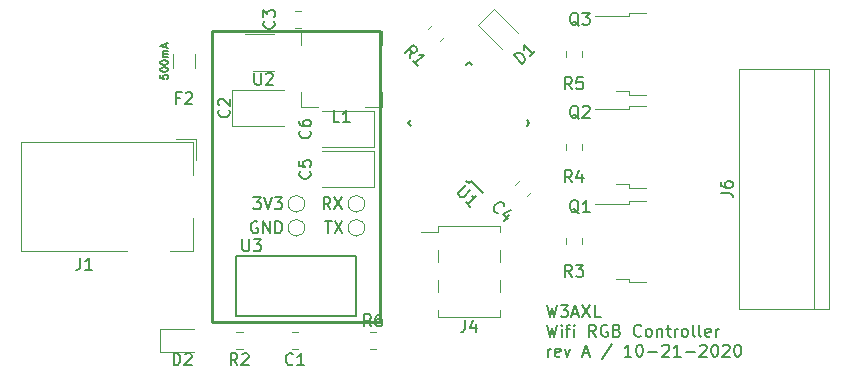
<source format=gbr>
%TF.GenerationSoftware,KiCad,Pcbnew,(5.1.6)-1*%
%TF.CreationDate,2020-10-21T10:45:23-05:00*%
%TF.ProjectId,esp-rgb-controller,6573702d-7267-4622-9d63-6f6e74726f6c,rev?*%
%TF.SameCoordinates,Original*%
%TF.FileFunction,Legend,Top*%
%TF.FilePolarity,Positive*%
%FSLAX46Y46*%
G04 Gerber Fmt 4.6, Leading zero omitted, Abs format (unit mm)*
G04 Created by KiCad (PCBNEW (5.1.6)-1) date 2020-10-21 10:45:23*
%MOMM*%
%LPD*%
G01*
G04 APERTURE LIST*
%ADD10C,0.152400*%
%ADD11C,0.150000*%
%ADD12C,0.120000*%
%ADD13C,0.254000*%
G04 APERTURE END LIST*
D10*
X167249202Y-115877219D02*
X167491107Y-116893219D01*
X167684631Y-116167504D01*
X167878155Y-116893219D01*
X168120060Y-115877219D01*
X168410345Y-115877219D02*
X169039298Y-115877219D01*
X168700631Y-116264266D01*
X168845774Y-116264266D01*
X168942536Y-116312647D01*
X168990917Y-116361028D01*
X169039298Y-116457790D01*
X169039298Y-116699695D01*
X168990917Y-116796457D01*
X168942536Y-116844838D01*
X168845774Y-116893219D01*
X168555488Y-116893219D01*
X168458726Y-116844838D01*
X168410345Y-116796457D01*
X169426345Y-116602933D02*
X169910155Y-116602933D01*
X169329583Y-116893219D02*
X169668250Y-115877219D01*
X170006917Y-116893219D01*
X170248821Y-115877219D02*
X170926155Y-116893219D01*
X170926155Y-115877219D02*
X170248821Y-116893219D01*
X171797012Y-116893219D02*
X171313202Y-116893219D01*
X171313202Y-115877219D01*
X167249202Y-117553619D02*
X167491107Y-118569619D01*
X167684631Y-117843904D01*
X167878155Y-118569619D01*
X168120060Y-117553619D01*
X168507107Y-118569619D02*
X168507107Y-117892285D01*
X168507107Y-117553619D02*
X168458726Y-117602000D01*
X168507107Y-117650380D01*
X168555488Y-117602000D01*
X168507107Y-117553619D01*
X168507107Y-117650380D01*
X168845774Y-117892285D02*
X169232821Y-117892285D01*
X168990917Y-118569619D02*
X168990917Y-117698761D01*
X169039298Y-117602000D01*
X169136060Y-117553619D01*
X169232821Y-117553619D01*
X169571488Y-118569619D02*
X169571488Y-117892285D01*
X169571488Y-117553619D02*
X169523107Y-117602000D01*
X169571488Y-117650380D01*
X169619869Y-117602000D01*
X169571488Y-117553619D01*
X169571488Y-117650380D01*
X171409964Y-118569619D02*
X171071298Y-118085809D01*
X170829393Y-118569619D02*
X170829393Y-117553619D01*
X171216440Y-117553619D01*
X171313202Y-117602000D01*
X171361583Y-117650380D01*
X171409964Y-117747142D01*
X171409964Y-117892285D01*
X171361583Y-117989047D01*
X171313202Y-118037428D01*
X171216440Y-118085809D01*
X170829393Y-118085809D01*
X172377583Y-117602000D02*
X172280821Y-117553619D01*
X172135679Y-117553619D01*
X171990536Y-117602000D01*
X171893774Y-117698761D01*
X171845393Y-117795523D01*
X171797012Y-117989047D01*
X171797012Y-118134190D01*
X171845393Y-118327714D01*
X171893774Y-118424476D01*
X171990536Y-118521238D01*
X172135679Y-118569619D01*
X172232440Y-118569619D01*
X172377583Y-118521238D01*
X172425964Y-118472857D01*
X172425964Y-118134190D01*
X172232440Y-118134190D01*
X173200060Y-118037428D02*
X173345202Y-118085809D01*
X173393583Y-118134190D01*
X173441964Y-118230952D01*
X173441964Y-118376095D01*
X173393583Y-118472857D01*
X173345202Y-118521238D01*
X173248440Y-118569619D01*
X172861393Y-118569619D01*
X172861393Y-117553619D01*
X173200060Y-117553619D01*
X173296821Y-117602000D01*
X173345202Y-117650380D01*
X173393583Y-117747142D01*
X173393583Y-117843904D01*
X173345202Y-117940666D01*
X173296821Y-117989047D01*
X173200060Y-118037428D01*
X172861393Y-118037428D01*
X175232060Y-118472857D02*
X175183679Y-118521238D01*
X175038536Y-118569619D01*
X174941774Y-118569619D01*
X174796631Y-118521238D01*
X174699869Y-118424476D01*
X174651488Y-118327714D01*
X174603107Y-118134190D01*
X174603107Y-117989047D01*
X174651488Y-117795523D01*
X174699869Y-117698761D01*
X174796631Y-117602000D01*
X174941774Y-117553619D01*
X175038536Y-117553619D01*
X175183679Y-117602000D01*
X175232060Y-117650380D01*
X175812631Y-118569619D02*
X175715869Y-118521238D01*
X175667488Y-118472857D01*
X175619107Y-118376095D01*
X175619107Y-118085809D01*
X175667488Y-117989047D01*
X175715869Y-117940666D01*
X175812631Y-117892285D01*
X175957774Y-117892285D01*
X176054536Y-117940666D01*
X176102917Y-117989047D01*
X176151298Y-118085809D01*
X176151298Y-118376095D01*
X176102917Y-118472857D01*
X176054536Y-118521238D01*
X175957774Y-118569619D01*
X175812631Y-118569619D01*
X176586726Y-117892285D02*
X176586726Y-118569619D01*
X176586726Y-117989047D02*
X176635107Y-117940666D01*
X176731869Y-117892285D01*
X176877012Y-117892285D01*
X176973774Y-117940666D01*
X177022155Y-118037428D01*
X177022155Y-118569619D01*
X177360821Y-117892285D02*
X177747869Y-117892285D01*
X177505964Y-117553619D02*
X177505964Y-118424476D01*
X177554345Y-118521238D01*
X177651107Y-118569619D01*
X177747869Y-118569619D01*
X178086536Y-118569619D02*
X178086536Y-117892285D01*
X178086536Y-118085809D02*
X178134917Y-117989047D01*
X178183298Y-117940666D01*
X178280060Y-117892285D01*
X178376821Y-117892285D01*
X178860631Y-118569619D02*
X178763869Y-118521238D01*
X178715488Y-118472857D01*
X178667107Y-118376095D01*
X178667107Y-118085809D01*
X178715488Y-117989047D01*
X178763869Y-117940666D01*
X178860631Y-117892285D01*
X179005774Y-117892285D01*
X179102536Y-117940666D01*
X179150917Y-117989047D01*
X179199298Y-118085809D01*
X179199298Y-118376095D01*
X179150917Y-118472857D01*
X179102536Y-118521238D01*
X179005774Y-118569619D01*
X178860631Y-118569619D01*
X179779869Y-118569619D02*
X179683107Y-118521238D01*
X179634726Y-118424476D01*
X179634726Y-117553619D01*
X180312060Y-118569619D02*
X180215298Y-118521238D01*
X180166917Y-118424476D01*
X180166917Y-117553619D01*
X181086155Y-118521238D02*
X180989393Y-118569619D01*
X180795869Y-118569619D01*
X180699107Y-118521238D01*
X180650726Y-118424476D01*
X180650726Y-118037428D01*
X180699107Y-117940666D01*
X180795869Y-117892285D01*
X180989393Y-117892285D01*
X181086155Y-117940666D01*
X181134536Y-118037428D01*
X181134536Y-118134190D01*
X180650726Y-118230952D01*
X181569964Y-118569619D02*
X181569964Y-117892285D01*
X181569964Y-118085809D02*
X181618345Y-117989047D01*
X181666726Y-117940666D01*
X181763488Y-117892285D01*
X181860250Y-117892285D01*
X167345964Y-120246019D02*
X167345964Y-119568685D01*
X167345964Y-119762209D02*
X167394345Y-119665447D01*
X167442726Y-119617066D01*
X167539488Y-119568685D01*
X167636250Y-119568685D01*
X168361964Y-120197638D02*
X168265202Y-120246019D01*
X168071679Y-120246019D01*
X167974917Y-120197638D01*
X167926536Y-120100876D01*
X167926536Y-119713828D01*
X167974917Y-119617066D01*
X168071679Y-119568685D01*
X168265202Y-119568685D01*
X168361964Y-119617066D01*
X168410345Y-119713828D01*
X168410345Y-119810590D01*
X167926536Y-119907352D01*
X168749012Y-119568685D02*
X168990917Y-120246019D01*
X169232821Y-119568685D01*
X170345583Y-119955733D02*
X170829393Y-119955733D01*
X170248821Y-120246019D02*
X170587488Y-119230019D01*
X170926155Y-120246019D01*
X172764631Y-119181638D02*
X171893774Y-120487923D01*
X174409583Y-120246019D02*
X173829012Y-120246019D01*
X174119298Y-120246019D02*
X174119298Y-119230019D01*
X174022536Y-119375161D01*
X173925774Y-119471923D01*
X173829012Y-119520304D01*
X175038536Y-119230019D02*
X175135298Y-119230019D01*
X175232060Y-119278400D01*
X175280440Y-119326780D01*
X175328821Y-119423542D01*
X175377202Y-119617066D01*
X175377202Y-119858971D01*
X175328821Y-120052495D01*
X175280440Y-120149257D01*
X175232060Y-120197638D01*
X175135298Y-120246019D01*
X175038536Y-120246019D01*
X174941774Y-120197638D01*
X174893393Y-120149257D01*
X174845012Y-120052495D01*
X174796631Y-119858971D01*
X174796631Y-119617066D01*
X174845012Y-119423542D01*
X174893393Y-119326780D01*
X174941774Y-119278400D01*
X175038536Y-119230019D01*
X175812631Y-119858971D02*
X176586726Y-119858971D01*
X177022155Y-119326780D02*
X177070536Y-119278400D01*
X177167298Y-119230019D01*
X177409202Y-119230019D01*
X177505964Y-119278400D01*
X177554345Y-119326780D01*
X177602726Y-119423542D01*
X177602726Y-119520304D01*
X177554345Y-119665447D01*
X176973774Y-120246019D01*
X177602726Y-120246019D01*
X178570345Y-120246019D02*
X177989774Y-120246019D01*
X178280060Y-120246019D02*
X178280060Y-119230019D01*
X178183298Y-119375161D01*
X178086536Y-119471923D01*
X177989774Y-119520304D01*
X179005774Y-119858971D02*
X179779869Y-119858971D01*
X180215298Y-119326780D02*
X180263679Y-119278400D01*
X180360440Y-119230019D01*
X180602345Y-119230019D01*
X180699107Y-119278400D01*
X180747488Y-119326780D01*
X180795869Y-119423542D01*
X180795869Y-119520304D01*
X180747488Y-119665447D01*
X180166917Y-120246019D01*
X180795869Y-120246019D01*
X181424821Y-119230019D02*
X181521583Y-119230019D01*
X181618345Y-119278400D01*
X181666726Y-119326780D01*
X181715107Y-119423542D01*
X181763488Y-119617066D01*
X181763488Y-119858971D01*
X181715107Y-120052495D01*
X181666726Y-120149257D01*
X181618345Y-120197638D01*
X181521583Y-120246019D01*
X181424821Y-120246019D01*
X181328060Y-120197638D01*
X181279679Y-120149257D01*
X181231298Y-120052495D01*
X181182917Y-119858971D01*
X181182917Y-119617066D01*
X181231298Y-119423542D01*
X181279679Y-119326780D01*
X181328060Y-119278400D01*
X181424821Y-119230019D01*
X182150536Y-119326780D02*
X182198917Y-119278400D01*
X182295679Y-119230019D01*
X182537583Y-119230019D01*
X182634345Y-119278400D01*
X182682726Y-119326780D01*
X182731107Y-119423542D01*
X182731107Y-119520304D01*
X182682726Y-119665447D01*
X182102155Y-120246019D01*
X182731107Y-120246019D01*
X183360060Y-119230019D02*
X183456821Y-119230019D01*
X183553583Y-119278400D01*
X183601964Y-119326780D01*
X183650345Y-119423542D01*
X183698726Y-119617066D01*
X183698726Y-119858971D01*
X183650345Y-120052495D01*
X183601964Y-120149257D01*
X183553583Y-120197638D01*
X183456821Y-120246019D01*
X183360060Y-120246019D01*
X183263298Y-120197638D01*
X183214917Y-120149257D01*
X183166536Y-120052495D01*
X183118155Y-119858971D01*
X183118155Y-119617066D01*
X183166536Y-119423542D01*
X183214917Y-119326780D01*
X183263298Y-119278400D01*
X183360060Y-119230019D01*
X134526261Y-96399047D02*
X134526261Y-96701428D01*
X134828642Y-96731666D01*
X134798404Y-96701428D01*
X134768166Y-96640952D01*
X134768166Y-96489761D01*
X134798404Y-96429285D01*
X134828642Y-96399047D01*
X134889119Y-96368809D01*
X135040309Y-96368809D01*
X135100785Y-96399047D01*
X135131023Y-96429285D01*
X135161261Y-96489761D01*
X135161261Y-96640952D01*
X135131023Y-96701428D01*
X135100785Y-96731666D01*
X134526261Y-95975714D02*
X134526261Y-95915238D01*
X134556500Y-95854761D01*
X134586738Y-95824523D01*
X134647214Y-95794285D01*
X134768166Y-95764047D01*
X134919357Y-95764047D01*
X135040309Y-95794285D01*
X135100785Y-95824523D01*
X135131023Y-95854761D01*
X135161261Y-95915238D01*
X135161261Y-95975714D01*
X135131023Y-96036190D01*
X135100785Y-96066428D01*
X135040309Y-96096666D01*
X134919357Y-96126904D01*
X134768166Y-96126904D01*
X134647214Y-96096666D01*
X134586738Y-96066428D01*
X134556500Y-96036190D01*
X134526261Y-95975714D01*
X134526261Y-95370952D02*
X134526261Y-95310476D01*
X134556500Y-95250000D01*
X134586738Y-95219761D01*
X134647214Y-95189523D01*
X134768166Y-95159285D01*
X134919357Y-95159285D01*
X135040309Y-95189523D01*
X135100785Y-95219761D01*
X135131023Y-95250000D01*
X135161261Y-95310476D01*
X135161261Y-95370952D01*
X135131023Y-95431428D01*
X135100785Y-95461666D01*
X135040309Y-95491904D01*
X134919357Y-95522142D01*
X134768166Y-95522142D01*
X134647214Y-95491904D01*
X134586738Y-95461666D01*
X134556500Y-95431428D01*
X134526261Y-95370952D01*
X135161261Y-94887142D02*
X134737928Y-94887142D01*
X134798404Y-94887142D02*
X134768166Y-94856904D01*
X134737928Y-94796428D01*
X134737928Y-94705714D01*
X134768166Y-94645238D01*
X134828642Y-94615000D01*
X135161261Y-94615000D01*
X134828642Y-94615000D02*
X134768166Y-94584761D01*
X134737928Y-94524285D01*
X134737928Y-94433571D01*
X134768166Y-94373095D01*
X134828642Y-94342857D01*
X135161261Y-94342857D01*
X134979833Y-94070714D02*
X134979833Y-93768333D01*
X135161261Y-94131190D02*
X134526261Y-93919523D01*
X135161261Y-93707857D01*
D11*
X142748095Y-108847000D02*
X142652857Y-108799380D01*
X142510000Y-108799380D01*
X142367142Y-108847000D01*
X142271904Y-108942238D01*
X142224285Y-109037476D01*
X142176666Y-109227952D01*
X142176666Y-109370809D01*
X142224285Y-109561285D01*
X142271904Y-109656523D01*
X142367142Y-109751761D01*
X142510000Y-109799380D01*
X142605238Y-109799380D01*
X142748095Y-109751761D01*
X142795714Y-109704142D01*
X142795714Y-109370809D01*
X142605238Y-109370809D01*
X143224285Y-109799380D02*
X143224285Y-108799380D01*
X143795714Y-109799380D01*
X143795714Y-108799380D01*
X144271904Y-109799380D02*
X144271904Y-108799380D01*
X144510000Y-108799380D01*
X144652857Y-108847000D01*
X144748095Y-108942238D01*
X144795714Y-109037476D01*
X144843333Y-109227952D01*
X144843333Y-109370809D01*
X144795714Y-109561285D01*
X144748095Y-109656523D01*
X144652857Y-109751761D01*
X144510000Y-109799380D01*
X144271904Y-109799380D01*
X142398904Y-106767380D02*
X143017952Y-106767380D01*
X142684619Y-107148333D01*
X142827476Y-107148333D01*
X142922714Y-107195952D01*
X142970333Y-107243571D01*
X143017952Y-107338809D01*
X143017952Y-107576904D01*
X142970333Y-107672142D01*
X142922714Y-107719761D01*
X142827476Y-107767380D01*
X142541761Y-107767380D01*
X142446523Y-107719761D01*
X142398904Y-107672142D01*
X143303666Y-106767380D02*
X143637000Y-107767380D01*
X143970333Y-106767380D01*
X144208428Y-106767380D02*
X144827476Y-106767380D01*
X144494142Y-107148333D01*
X144637000Y-107148333D01*
X144732238Y-107195952D01*
X144779857Y-107243571D01*
X144827476Y-107338809D01*
X144827476Y-107576904D01*
X144779857Y-107672142D01*
X144732238Y-107719761D01*
X144637000Y-107767380D01*
X144351285Y-107767380D01*
X144256047Y-107719761D01*
X144208428Y-107672142D01*
X148463095Y-108799380D02*
X149034523Y-108799380D01*
X148748809Y-109799380D02*
X148748809Y-108799380D01*
X149272619Y-108799380D02*
X149939285Y-109799380D01*
X149939285Y-108799380D02*
X149272619Y-109799380D01*
X148931333Y-107767380D02*
X148598000Y-107291190D01*
X148359904Y-107767380D02*
X148359904Y-106767380D01*
X148740857Y-106767380D01*
X148836095Y-106815000D01*
X148883714Y-106862619D01*
X148931333Y-106957857D01*
X148931333Y-107100714D01*
X148883714Y-107195952D01*
X148836095Y-107243571D01*
X148740857Y-107291190D01*
X148359904Y-107291190D01*
X149264666Y-106767380D02*
X149931333Y-107767380D01*
X149931333Y-106767380D02*
X149264666Y-107767380D01*
D12*
%TO.C,J6*%
X183515000Y-116205000D02*
X191135000Y-116205000D01*
X191135000Y-95885000D02*
X183515000Y-95885000D01*
X189865000Y-95885000D02*
X189865000Y-116205000D01*
X183515000Y-116205000D02*
X183515000Y-95885000D01*
X191135000Y-116205000D02*
X191135000Y-95885000D01*
%TO.C,C1*%
X145661748Y-119582000D02*
X146184252Y-119582000D01*
X145661748Y-118162000D02*
X146184252Y-118162000D01*
%TO.C,C3*%
X146438252Y-92404000D02*
X145915748Y-92404000D01*
X146438252Y-90984000D02*
X145915748Y-90984000D01*
%TO.C,C4*%
X165950995Y-106325097D02*
X165581529Y-106694563D01*
X164946903Y-105321005D02*
X164577437Y-105690471D01*
%TO.C,F2*%
X137435000Y-95815564D02*
X137435000Y-94611436D01*
X135615000Y-95815564D02*
X135615000Y-94611436D01*
%TO.C,J1*%
X131725000Y-111280000D02*
X122725000Y-111280000D01*
X122725000Y-111280000D02*
X122725000Y-102080000D01*
X122725000Y-102080000D02*
X137325000Y-102080000D01*
X137325000Y-102080000D02*
X137325000Y-104880000D01*
X137325000Y-108480000D02*
X137325000Y-111280000D01*
X137325000Y-111280000D02*
X135325000Y-111280000D01*
X135825000Y-101840000D02*
X137565000Y-101840000D01*
X137565000Y-101840000D02*
X137565000Y-103580000D01*
%TO.C,Q1*%
X175687000Y-107040000D02*
X174187000Y-107040000D01*
X174187000Y-107040000D02*
X174187000Y-107310000D01*
X174187000Y-107310000D02*
X171357000Y-107310000D01*
X175687000Y-113940000D02*
X174187000Y-113940000D01*
X174187000Y-113940000D02*
X174187000Y-113670000D01*
X174187000Y-113670000D02*
X173087000Y-113670000D01*
%TO.C,Q2*%
X174187000Y-105669000D02*
X173087000Y-105669000D01*
X174187000Y-105939000D02*
X174187000Y-105669000D01*
X175687000Y-105939000D02*
X174187000Y-105939000D01*
X174187000Y-99309000D02*
X171357000Y-99309000D01*
X174187000Y-99039000D02*
X174187000Y-99309000D01*
X175687000Y-99039000D02*
X174187000Y-99039000D01*
%TO.C,Q3*%
X175687000Y-91165000D02*
X174187000Y-91165000D01*
X174187000Y-91165000D02*
X174187000Y-91435000D01*
X174187000Y-91435000D02*
X171357000Y-91435000D01*
X175687000Y-98065000D02*
X174187000Y-98065000D01*
X174187000Y-98065000D02*
X174187000Y-97795000D01*
X174187000Y-97795000D02*
X173087000Y-97795000D01*
%TO.C,R1*%
X157174221Y-92519687D02*
X157543687Y-92150221D01*
X158178313Y-93523779D02*
X158547779Y-93154313D01*
%TO.C,R2*%
X141485252Y-118162000D02*
X140962748Y-118162000D01*
X141485252Y-119582000D02*
X140962748Y-119582000D01*
%TO.C,R3*%
X168835000Y-110228748D02*
X168835000Y-110751252D01*
X170255000Y-110228748D02*
X170255000Y-110751252D01*
%TO.C,R4*%
X170255000Y-102227748D02*
X170255000Y-102750252D01*
X168835000Y-102227748D02*
X168835000Y-102750252D01*
%TO.C,R5*%
X170255000Y-94353748D02*
X170255000Y-94876252D01*
X168835000Y-94353748D02*
X168835000Y-94876252D01*
D11*
%TO.C,U1*%
X160655000Y-105583524D02*
X160814099Y-105424425D01*
X155528476Y-100457000D02*
X155758286Y-100227190D01*
X160655000Y-95330476D02*
X160425190Y-95560286D01*
X165781524Y-100457000D02*
X165551714Y-100686810D01*
X160655000Y-105583524D02*
X160425190Y-105353714D01*
X165781524Y-100457000D02*
X165551714Y-100227190D01*
X160655000Y-95330476D02*
X160884810Y-95560286D01*
X155528476Y-100457000D02*
X155758286Y-100686810D01*
X160814099Y-105424425D02*
X161821726Y-106432052D01*
D12*
%TO.C,U2*%
X142376000Y-96048000D02*
X144136000Y-96048000D01*
X144136000Y-92978000D02*
X141706000Y-92978000D01*
D13*
%TO.C,U3*%
X138938000Y-117348000D02*
X138938000Y-92710000D01*
X138938000Y-92710000D02*
X153162000Y-92710000D01*
X153162000Y-92710000D02*
X153162000Y-117348000D01*
X153162000Y-117348000D02*
X138938000Y-117348000D01*
D10*
X140970000Y-114300000D02*
X140970000Y-116840000D01*
X140970000Y-116840000D02*
X143510000Y-116840000D01*
X143510000Y-116840000D02*
X151130000Y-116840000D01*
X151130000Y-116840000D02*
X151130000Y-111760000D01*
X151130000Y-111760000D02*
X140970000Y-111760000D01*
X140970000Y-111760000D02*
X140970000Y-114300000D01*
D12*
%TO.C,J4*%
X163255000Y-113790000D02*
X163255000Y-114810000D01*
X158055000Y-113790000D02*
X158055000Y-114810000D01*
X163255000Y-111250000D02*
X163255000Y-112270000D01*
X158055000Y-111250000D02*
X158055000Y-112270000D01*
X163255000Y-116330000D02*
X163255000Y-116900000D01*
X158055000Y-116330000D02*
X158055000Y-116900000D01*
X163255000Y-109160000D02*
X163255000Y-109730000D01*
X158055000Y-109160000D02*
X158055000Y-109730000D01*
X156615000Y-109730000D02*
X158055000Y-109730000D01*
X158055000Y-116900000D02*
X163255000Y-116900000D01*
X158055000Y-109160000D02*
X163255000Y-109160000D01*
%TO.C,C2*%
X140621000Y-100697000D02*
X145006000Y-100697000D01*
X140621000Y-97677000D02*
X140621000Y-100697000D01*
X145006000Y-97677000D02*
X140621000Y-97677000D01*
%TO.C,C5*%
X148237000Y-105904000D02*
X152622000Y-105904000D01*
X152622000Y-105904000D02*
X152622000Y-102884000D01*
X152622000Y-102884000D02*
X148237000Y-102884000D01*
%TO.C,C6*%
X152622000Y-99455000D02*
X148237000Y-99455000D01*
X152622000Y-102475000D02*
X152622000Y-99455000D01*
X148237000Y-102475000D02*
X152622000Y-102475000D01*
%TO.C,D1*%
X164834929Y-92865284D02*
X162812604Y-90842959D01*
X162812604Y-90842959D02*
X161454959Y-92200604D01*
X161454959Y-92200604D02*
X163477284Y-94222929D01*
%TO.C,D2*%
X134529000Y-119832000D02*
X137389000Y-119832000D01*
X134529000Y-117912000D02*
X134529000Y-119832000D01*
X137389000Y-117912000D02*
X134529000Y-117912000D01*
%TO.C,R6*%
X152788252Y-118162000D02*
X152265748Y-118162000D01*
X152788252Y-119582000D02*
X152265748Y-119582000D01*
%TO.C,TP1*%
X151830000Y-107315000D02*
G75*
G03*
X151830000Y-107315000I-700000J0D01*
G01*
%TO.C,TP2*%
X151830000Y-109347000D02*
G75*
G03*
X151830000Y-109347000I-700000J0D01*
G01*
%TO.C,TP3*%
X146750000Y-109347000D02*
G75*
G03*
X146750000Y-109347000I-700000J0D01*
G01*
%TO.C,TP4*%
X146750000Y-107315000D02*
G75*
G03*
X146750000Y-107315000I-700000J0D01*
G01*
%TO.C,L1*%
X146460000Y-99085000D02*
X147860000Y-99085000D01*
X153260000Y-99085000D02*
X151860000Y-99085000D01*
X146460000Y-99085000D02*
X146460000Y-97885000D01*
X153260000Y-99085000D02*
X153260000Y-97885000D01*
X153260000Y-92685000D02*
X153260000Y-93885000D01*
X153260000Y-92685000D02*
X151860000Y-92685000D01*
X146460000Y-92685000D02*
X147860000Y-92685000D01*
X146460000Y-92685000D02*
X146460000Y-93885000D01*
%TO.C,J6*%
D11*
X181977380Y-106398333D02*
X182691666Y-106398333D01*
X182834523Y-106445952D01*
X182929761Y-106541190D01*
X182977380Y-106684047D01*
X182977380Y-106779285D01*
X181977380Y-105493571D02*
X181977380Y-105684047D01*
X182025000Y-105779285D01*
X182072619Y-105826904D01*
X182215476Y-105922142D01*
X182405952Y-105969761D01*
X182786904Y-105969761D01*
X182882142Y-105922142D01*
X182929761Y-105874523D01*
X182977380Y-105779285D01*
X182977380Y-105588809D01*
X182929761Y-105493571D01*
X182882142Y-105445952D01*
X182786904Y-105398333D01*
X182548809Y-105398333D01*
X182453571Y-105445952D01*
X182405952Y-105493571D01*
X182358333Y-105588809D01*
X182358333Y-105779285D01*
X182405952Y-105874523D01*
X182453571Y-105922142D01*
X182548809Y-105969761D01*
%TO.C,C1*%
X145756333Y-120880142D02*
X145708714Y-120927761D01*
X145565857Y-120975380D01*
X145470619Y-120975380D01*
X145327761Y-120927761D01*
X145232523Y-120832523D01*
X145184904Y-120737285D01*
X145137285Y-120546809D01*
X145137285Y-120403952D01*
X145184904Y-120213476D01*
X145232523Y-120118238D01*
X145327761Y-120023000D01*
X145470619Y-119975380D01*
X145565857Y-119975380D01*
X145708714Y-120023000D01*
X145756333Y-120070619D01*
X146708714Y-120975380D02*
X146137285Y-120975380D01*
X146423000Y-120975380D02*
X146423000Y-119975380D01*
X146327761Y-120118238D01*
X146232523Y-120213476D01*
X146137285Y-120261095D01*
%TO.C,C3*%
X144121142Y-91860666D02*
X144168761Y-91908285D01*
X144216380Y-92051142D01*
X144216380Y-92146380D01*
X144168761Y-92289238D01*
X144073523Y-92384476D01*
X143978285Y-92432095D01*
X143787809Y-92479714D01*
X143644952Y-92479714D01*
X143454476Y-92432095D01*
X143359238Y-92384476D01*
X143264000Y-92289238D01*
X143216380Y-92146380D01*
X143216380Y-92051142D01*
X143264000Y-91908285D01*
X143311619Y-91860666D01*
X143216380Y-91527333D02*
X143216380Y-90908285D01*
X143597333Y-91241619D01*
X143597333Y-91098761D01*
X143644952Y-91003523D01*
X143692571Y-90955904D01*
X143787809Y-90908285D01*
X144025904Y-90908285D01*
X144121142Y-90955904D01*
X144168761Y-91003523D01*
X144216380Y-91098761D01*
X144216380Y-91384476D01*
X144168761Y-91479714D01*
X144121142Y-91527333D01*
%TO.C,C4*%
X163078610Y-108084687D02*
X163011267Y-108084687D01*
X162876580Y-108017343D01*
X162809236Y-107950000D01*
X162741893Y-107815312D01*
X162741893Y-107680625D01*
X162775564Y-107579610D01*
X162876580Y-107411251D01*
X162977595Y-107310236D01*
X163145954Y-107209221D01*
X163246969Y-107175549D01*
X163381656Y-107175549D01*
X163516343Y-107242893D01*
X163583687Y-107310236D01*
X163651030Y-107444923D01*
X163651030Y-107512267D01*
X164088763Y-108286717D02*
X163617358Y-108758122D01*
X164189778Y-107848984D02*
X163516343Y-108185702D01*
X163954076Y-108623435D01*
%TO.C,F2*%
X136191666Y-98353571D02*
X135858333Y-98353571D01*
X135858333Y-98877380D02*
X135858333Y-97877380D01*
X136334523Y-97877380D01*
X136667857Y-97972619D02*
X136715476Y-97925000D01*
X136810714Y-97877380D01*
X137048809Y-97877380D01*
X137144047Y-97925000D01*
X137191666Y-97972619D01*
X137239285Y-98067857D01*
X137239285Y-98163095D01*
X137191666Y-98305952D01*
X136620238Y-98877380D01*
X137239285Y-98877380D01*
%TO.C,J1*%
X127741666Y-111882380D02*
X127741666Y-112596666D01*
X127694047Y-112739523D01*
X127598809Y-112834761D01*
X127455952Y-112882380D01*
X127360714Y-112882380D01*
X128741666Y-112882380D02*
X128170238Y-112882380D01*
X128455952Y-112882380D02*
X128455952Y-111882380D01*
X128360714Y-112025238D01*
X128265476Y-112120476D01*
X128170238Y-112168095D01*
%TO.C,Q1*%
X169957761Y-108116619D02*
X169862523Y-108069000D01*
X169767285Y-107973761D01*
X169624428Y-107830904D01*
X169529190Y-107783285D01*
X169433952Y-107783285D01*
X169481571Y-108021380D02*
X169386333Y-107973761D01*
X169291095Y-107878523D01*
X169243476Y-107688047D01*
X169243476Y-107354714D01*
X169291095Y-107164238D01*
X169386333Y-107069000D01*
X169481571Y-107021380D01*
X169672047Y-107021380D01*
X169767285Y-107069000D01*
X169862523Y-107164238D01*
X169910142Y-107354714D01*
X169910142Y-107688047D01*
X169862523Y-107878523D01*
X169767285Y-107973761D01*
X169672047Y-108021380D01*
X169481571Y-108021380D01*
X170862523Y-108021380D02*
X170291095Y-108021380D01*
X170576809Y-108021380D02*
X170576809Y-107021380D01*
X170481571Y-107164238D01*
X170386333Y-107259476D01*
X170291095Y-107307095D01*
%TO.C,Q2*%
X169957761Y-100116619D02*
X169862523Y-100069000D01*
X169767285Y-99973761D01*
X169624428Y-99830904D01*
X169529190Y-99783285D01*
X169433952Y-99783285D01*
X169481571Y-100021380D02*
X169386333Y-99973761D01*
X169291095Y-99878523D01*
X169243476Y-99688047D01*
X169243476Y-99354714D01*
X169291095Y-99164238D01*
X169386333Y-99069000D01*
X169481571Y-99021380D01*
X169672047Y-99021380D01*
X169767285Y-99069000D01*
X169862523Y-99164238D01*
X169910142Y-99354714D01*
X169910142Y-99688047D01*
X169862523Y-99878523D01*
X169767285Y-99973761D01*
X169672047Y-100021380D01*
X169481571Y-100021380D01*
X170291095Y-99116619D02*
X170338714Y-99069000D01*
X170433952Y-99021380D01*
X170672047Y-99021380D01*
X170767285Y-99069000D01*
X170814904Y-99116619D01*
X170862523Y-99211857D01*
X170862523Y-99307095D01*
X170814904Y-99449952D01*
X170243476Y-100021380D01*
X170862523Y-100021380D01*
%TO.C,Q3*%
X169957761Y-92241619D02*
X169862523Y-92194000D01*
X169767285Y-92098761D01*
X169624428Y-91955904D01*
X169529190Y-91908285D01*
X169433952Y-91908285D01*
X169481571Y-92146380D02*
X169386333Y-92098761D01*
X169291095Y-92003523D01*
X169243476Y-91813047D01*
X169243476Y-91479714D01*
X169291095Y-91289238D01*
X169386333Y-91194000D01*
X169481571Y-91146380D01*
X169672047Y-91146380D01*
X169767285Y-91194000D01*
X169862523Y-91289238D01*
X169910142Y-91479714D01*
X169910142Y-91813047D01*
X169862523Y-92003523D01*
X169767285Y-92098761D01*
X169672047Y-92146380D01*
X169481571Y-92146380D01*
X170243476Y-91146380D02*
X170862523Y-91146380D01*
X170529190Y-91527333D01*
X170672047Y-91527333D01*
X170767285Y-91574952D01*
X170814904Y-91622571D01*
X170862523Y-91717809D01*
X170862523Y-91955904D01*
X170814904Y-92051142D01*
X170767285Y-92098761D01*
X170672047Y-92146380D01*
X170386333Y-92146380D01*
X170291095Y-92098761D01*
X170243476Y-92051142D01*
%TO.C,R1*%
X155645267Y-94944030D02*
X155746282Y-94371610D01*
X155241206Y-94539969D02*
X155948312Y-93832862D01*
X156217687Y-94102236D01*
X156251358Y-94203251D01*
X156251358Y-94270595D01*
X156217687Y-94371610D01*
X156116671Y-94472625D01*
X156015656Y-94506297D01*
X155948312Y-94506297D01*
X155847297Y-94472625D01*
X155577923Y-94203251D01*
X156318702Y-95617465D02*
X155914641Y-95213404D01*
X156116671Y-95415435D02*
X156823778Y-94708328D01*
X156655419Y-94742000D01*
X156520732Y-94742000D01*
X156419717Y-94708328D01*
%TO.C,R2*%
X141057333Y-120975380D02*
X140724000Y-120499190D01*
X140485904Y-120975380D02*
X140485904Y-119975380D01*
X140866857Y-119975380D01*
X140962095Y-120023000D01*
X141009714Y-120070619D01*
X141057333Y-120165857D01*
X141057333Y-120308714D01*
X141009714Y-120403952D01*
X140962095Y-120451571D01*
X140866857Y-120499190D01*
X140485904Y-120499190D01*
X141438285Y-120070619D02*
X141485904Y-120023000D01*
X141581142Y-119975380D01*
X141819238Y-119975380D01*
X141914476Y-120023000D01*
X141962095Y-120070619D01*
X142009714Y-120165857D01*
X142009714Y-120261095D01*
X141962095Y-120403952D01*
X141390666Y-120975380D01*
X142009714Y-120975380D01*
%TO.C,R3*%
X169378333Y-113482380D02*
X169045000Y-113006190D01*
X168806904Y-113482380D02*
X168806904Y-112482380D01*
X169187857Y-112482380D01*
X169283095Y-112530000D01*
X169330714Y-112577619D01*
X169378333Y-112672857D01*
X169378333Y-112815714D01*
X169330714Y-112910952D01*
X169283095Y-112958571D01*
X169187857Y-113006190D01*
X168806904Y-113006190D01*
X169711666Y-112482380D02*
X170330714Y-112482380D01*
X169997380Y-112863333D01*
X170140238Y-112863333D01*
X170235476Y-112910952D01*
X170283095Y-112958571D01*
X170330714Y-113053809D01*
X170330714Y-113291904D01*
X170283095Y-113387142D01*
X170235476Y-113434761D01*
X170140238Y-113482380D01*
X169854523Y-113482380D01*
X169759285Y-113434761D01*
X169711666Y-113387142D01*
%TO.C,R4*%
X169378333Y-105481380D02*
X169045000Y-105005190D01*
X168806904Y-105481380D02*
X168806904Y-104481380D01*
X169187857Y-104481380D01*
X169283095Y-104529000D01*
X169330714Y-104576619D01*
X169378333Y-104671857D01*
X169378333Y-104814714D01*
X169330714Y-104909952D01*
X169283095Y-104957571D01*
X169187857Y-105005190D01*
X168806904Y-105005190D01*
X170235476Y-104814714D02*
X170235476Y-105481380D01*
X169997380Y-104433761D02*
X169759285Y-105148047D01*
X170378333Y-105148047D01*
%TO.C,R5*%
X169378333Y-97607380D02*
X169045000Y-97131190D01*
X168806904Y-97607380D02*
X168806904Y-96607380D01*
X169187857Y-96607380D01*
X169283095Y-96655000D01*
X169330714Y-96702619D01*
X169378333Y-96797857D01*
X169378333Y-96940714D01*
X169330714Y-97035952D01*
X169283095Y-97083571D01*
X169187857Y-97131190D01*
X168806904Y-97131190D01*
X170283095Y-96607380D02*
X169806904Y-96607380D01*
X169759285Y-97083571D01*
X169806904Y-97035952D01*
X169902142Y-96988333D01*
X170140238Y-96988333D01*
X170235476Y-97035952D01*
X170283095Y-97083571D01*
X170330714Y-97178809D01*
X170330714Y-97416904D01*
X170283095Y-97512142D01*
X170235476Y-97559761D01*
X170140238Y-97607380D01*
X169902142Y-97607380D01*
X169806904Y-97559761D01*
X169759285Y-97512142D01*
%TO.C,U1*%
X160376477Y-105754026D02*
X159804057Y-106326446D01*
X159770385Y-106427461D01*
X159770385Y-106494805D01*
X159804057Y-106595820D01*
X159938744Y-106730507D01*
X160039759Y-106764179D01*
X160107103Y-106764179D01*
X160208118Y-106730507D01*
X160780538Y-106158087D01*
X160780538Y-107572301D02*
X160376477Y-107168240D01*
X160578507Y-107370270D02*
X161285614Y-106663164D01*
X161117255Y-106696835D01*
X160982568Y-106696835D01*
X160881553Y-106663164D01*
%TO.C,U2*%
X142494095Y-96226380D02*
X142494095Y-97035904D01*
X142541714Y-97131142D01*
X142589333Y-97178761D01*
X142684571Y-97226380D01*
X142875047Y-97226380D01*
X142970285Y-97178761D01*
X143017904Y-97131142D01*
X143065523Y-97035904D01*
X143065523Y-96226380D01*
X143494095Y-96321619D02*
X143541714Y-96274000D01*
X143636952Y-96226380D01*
X143875047Y-96226380D01*
X143970285Y-96274000D01*
X144017904Y-96321619D01*
X144065523Y-96416857D01*
X144065523Y-96512095D01*
X144017904Y-96654952D01*
X143446476Y-97226380D01*
X144065523Y-97226380D01*
%TO.C,U3*%
X141478095Y-110323380D02*
X141478095Y-111132904D01*
X141525714Y-111228142D01*
X141573333Y-111275761D01*
X141668571Y-111323380D01*
X141859047Y-111323380D01*
X141954285Y-111275761D01*
X142001904Y-111228142D01*
X142049523Y-111132904D01*
X142049523Y-110323380D01*
X142430476Y-110323380D02*
X143049523Y-110323380D01*
X142716190Y-110704333D01*
X142859047Y-110704333D01*
X142954285Y-110751952D01*
X143001904Y-110799571D01*
X143049523Y-110894809D01*
X143049523Y-111132904D01*
X143001904Y-111228142D01*
X142954285Y-111275761D01*
X142859047Y-111323380D01*
X142573333Y-111323380D01*
X142478095Y-111275761D01*
X142430476Y-111228142D01*
%TO.C,J4*%
X160321666Y-117181380D02*
X160321666Y-117895666D01*
X160274047Y-118038523D01*
X160178809Y-118133761D01*
X160035952Y-118181380D01*
X159940714Y-118181380D01*
X161226428Y-117514714D02*
X161226428Y-118181380D01*
X160988333Y-117133761D02*
X160750238Y-117848047D01*
X161369285Y-117848047D01*
%TO.C,C2*%
X140311142Y-99353666D02*
X140358761Y-99401285D01*
X140406380Y-99544142D01*
X140406380Y-99639380D01*
X140358761Y-99782238D01*
X140263523Y-99877476D01*
X140168285Y-99925095D01*
X139977809Y-99972714D01*
X139834952Y-99972714D01*
X139644476Y-99925095D01*
X139549238Y-99877476D01*
X139454000Y-99782238D01*
X139406380Y-99639380D01*
X139406380Y-99544142D01*
X139454000Y-99401285D01*
X139501619Y-99353666D01*
X139501619Y-98972714D02*
X139454000Y-98925095D01*
X139406380Y-98829857D01*
X139406380Y-98591761D01*
X139454000Y-98496523D01*
X139501619Y-98448904D01*
X139596857Y-98401285D01*
X139692095Y-98401285D01*
X139834952Y-98448904D01*
X140406380Y-99020333D01*
X140406380Y-98401285D01*
%TO.C,C5*%
X147169142Y-104560666D02*
X147216761Y-104608285D01*
X147264380Y-104751142D01*
X147264380Y-104846380D01*
X147216761Y-104989238D01*
X147121523Y-105084476D01*
X147026285Y-105132095D01*
X146835809Y-105179714D01*
X146692952Y-105179714D01*
X146502476Y-105132095D01*
X146407238Y-105084476D01*
X146312000Y-104989238D01*
X146264380Y-104846380D01*
X146264380Y-104751142D01*
X146312000Y-104608285D01*
X146359619Y-104560666D01*
X146264380Y-103655904D02*
X146264380Y-104132095D01*
X146740571Y-104179714D01*
X146692952Y-104132095D01*
X146645333Y-104036857D01*
X146645333Y-103798761D01*
X146692952Y-103703523D01*
X146740571Y-103655904D01*
X146835809Y-103608285D01*
X147073904Y-103608285D01*
X147169142Y-103655904D01*
X147216761Y-103703523D01*
X147264380Y-103798761D01*
X147264380Y-104036857D01*
X147216761Y-104132095D01*
X147169142Y-104179714D01*
%TO.C,C6*%
X147169142Y-101131666D02*
X147216761Y-101179285D01*
X147264380Y-101322142D01*
X147264380Y-101417380D01*
X147216761Y-101560238D01*
X147121523Y-101655476D01*
X147026285Y-101703095D01*
X146835809Y-101750714D01*
X146692952Y-101750714D01*
X146502476Y-101703095D01*
X146407238Y-101655476D01*
X146312000Y-101560238D01*
X146264380Y-101417380D01*
X146264380Y-101322142D01*
X146312000Y-101179285D01*
X146359619Y-101131666D01*
X146264380Y-100274523D02*
X146264380Y-100465000D01*
X146312000Y-100560238D01*
X146359619Y-100607857D01*
X146502476Y-100703095D01*
X146692952Y-100750714D01*
X147073904Y-100750714D01*
X147169142Y-100703095D01*
X147216761Y-100655476D01*
X147264380Y-100560238D01*
X147264380Y-100369761D01*
X147216761Y-100274523D01*
X147169142Y-100226904D01*
X147073904Y-100179285D01*
X146835809Y-100179285D01*
X146740571Y-100226904D01*
X146692952Y-100274523D01*
X146645333Y-100369761D01*
X146645333Y-100560238D01*
X146692952Y-100655476D01*
X146740571Y-100703095D01*
X146835809Y-100750714D01*
%TO.C,D1*%
X165151969Y-95456793D02*
X164444862Y-94749687D01*
X164613221Y-94581328D01*
X164747908Y-94513984D01*
X164882595Y-94513984D01*
X164983610Y-94547656D01*
X165151969Y-94648671D01*
X165252984Y-94749687D01*
X165354000Y-94918045D01*
X165387671Y-95019061D01*
X165387671Y-95153748D01*
X165320328Y-95288435D01*
X165151969Y-95456793D01*
X166229465Y-94379297D02*
X165825404Y-94783358D01*
X166027435Y-94581328D02*
X165320328Y-93874221D01*
X165354000Y-94042580D01*
X165354000Y-94177267D01*
X165320328Y-94278282D01*
%TO.C,D2*%
X135659904Y-120975380D02*
X135659904Y-119975380D01*
X135898000Y-119975380D01*
X136040857Y-120023000D01*
X136136095Y-120118238D01*
X136183714Y-120213476D01*
X136231333Y-120403952D01*
X136231333Y-120546809D01*
X136183714Y-120737285D01*
X136136095Y-120832523D01*
X136040857Y-120927761D01*
X135898000Y-120975380D01*
X135659904Y-120975380D01*
X136612285Y-120070619D02*
X136659904Y-120023000D01*
X136755142Y-119975380D01*
X136993238Y-119975380D01*
X137088476Y-120023000D01*
X137136095Y-120070619D01*
X137183714Y-120165857D01*
X137183714Y-120261095D01*
X137136095Y-120403952D01*
X136564666Y-120975380D01*
X137183714Y-120975380D01*
%TO.C,R6*%
X152360333Y-117673380D02*
X152027000Y-117197190D01*
X151788904Y-117673380D02*
X151788904Y-116673380D01*
X152169857Y-116673380D01*
X152265095Y-116721000D01*
X152312714Y-116768619D01*
X152360333Y-116863857D01*
X152360333Y-117006714D01*
X152312714Y-117101952D01*
X152265095Y-117149571D01*
X152169857Y-117197190D01*
X151788904Y-117197190D01*
X153217476Y-116673380D02*
X153027000Y-116673380D01*
X152931761Y-116721000D01*
X152884142Y-116768619D01*
X152788904Y-116911476D01*
X152741285Y-117101952D01*
X152741285Y-117482904D01*
X152788904Y-117578142D01*
X152836523Y-117625761D01*
X152931761Y-117673380D01*
X153122238Y-117673380D01*
X153217476Y-117625761D01*
X153265095Y-117578142D01*
X153312714Y-117482904D01*
X153312714Y-117244809D01*
X153265095Y-117149571D01*
X153217476Y-117101952D01*
X153122238Y-117054333D01*
X152931761Y-117054333D01*
X152836523Y-117101952D01*
X152788904Y-117149571D01*
X152741285Y-117244809D01*
%TO.C,L1*%
X149693333Y-100401380D02*
X149217142Y-100401380D01*
X149217142Y-99401380D01*
X150550476Y-100401380D02*
X149979047Y-100401380D01*
X150264761Y-100401380D02*
X150264761Y-99401380D01*
X150169523Y-99544238D01*
X150074285Y-99639476D01*
X149979047Y-99687095D01*
%TD*%
M02*

</source>
